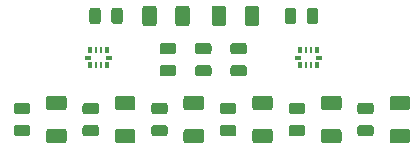
<source format=gbr>
%TF.GenerationSoftware,KiCad,Pcbnew,5.1.6*%
%TF.CreationDate,2020-07-11T18:48:30-07:00*%
%TF.ProjectId,proto_boards,70726f74-6f5f-4626-9f61-7264732e6b69,rev?*%
%TF.SameCoordinates,Original*%
%TF.FileFunction,Paste,Top*%
%TF.FilePolarity,Positive*%
%FSLAX46Y46*%
G04 Gerber Fmt 4.6, Leading zero omitted, Abs format (unit mm)*
G04 Created by KiCad (PCBNEW 5.1.6) date 2020-07-11 18:48:30*
%MOMM*%
%LPD*%
G01*
G04 APERTURE LIST*
%ADD10R,0.630000X0.350000*%
%ADD11R,0.300000X0.580000*%
%ADD12R,0.250000X0.580000*%
G04 APERTURE END LIST*
%TO.C,R9*%
G36*
G01*
X164920450Y-82050000D02*
X166170450Y-82050000D01*
G75*
G02*
X166420450Y-82300000I0J-250000D01*
G01*
X166420450Y-83050000D01*
G75*
G02*
X166170450Y-83300000I-250000J0D01*
G01*
X164920450Y-83300000D01*
G75*
G02*
X164670450Y-83050000I0J250000D01*
G01*
X164670450Y-82300000D01*
G75*
G02*
X164920450Y-82050000I250000J0D01*
G01*
G37*
G36*
G01*
X164920450Y-79250000D02*
X166170450Y-79250000D01*
G75*
G02*
X166420450Y-79500000I0J-250000D01*
G01*
X166420450Y-80250000D01*
G75*
G02*
X166170450Y-80500000I-250000J0D01*
G01*
X164920450Y-80500000D01*
G75*
G02*
X164670450Y-80250000I0J250000D01*
G01*
X164670450Y-79500000D01*
G75*
G02*
X164920450Y-79250000I250000J0D01*
G01*
G37*
%TD*%
%TO.C,R8*%
G36*
G01*
X170738630Y-82050000D02*
X171988630Y-82050000D01*
G75*
G02*
X172238630Y-82300000I0J-250000D01*
G01*
X172238630Y-83050000D01*
G75*
G02*
X171988630Y-83300000I-250000J0D01*
G01*
X170738630Y-83300000D01*
G75*
G02*
X170488630Y-83050000I0J250000D01*
G01*
X170488630Y-82300000D01*
G75*
G02*
X170738630Y-82050000I250000J0D01*
G01*
G37*
G36*
G01*
X170738630Y-79250000D02*
X171988630Y-79250000D01*
G75*
G02*
X172238630Y-79500000I0J-250000D01*
G01*
X172238630Y-80250000D01*
G75*
G02*
X171988630Y-80500000I-250000J0D01*
G01*
X170738630Y-80500000D01*
G75*
G02*
X170488630Y-80250000I0J250000D01*
G01*
X170488630Y-79500000D01*
G75*
G02*
X170738630Y-79250000I250000J0D01*
G01*
G37*
%TD*%
%TO.C,R7*%
G36*
G01*
X176556810Y-82050000D02*
X177806810Y-82050000D01*
G75*
G02*
X178056810Y-82300000I0J-250000D01*
G01*
X178056810Y-83050000D01*
G75*
G02*
X177806810Y-83300000I-250000J0D01*
G01*
X176556810Y-83300000D01*
G75*
G02*
X176306810Y-83050000I0J250000D01*
G01*
X176306810Y-82300000D01*
G75*
G02*
X176556810Y-82050000I250000J0D01*
G01*
G37*
G36*
G01*
X176556810Y-79250000D02*
X177806810Y-79250000D01*
G75*
G02*
X178056810Y-79500000I0J-250000D01*
G01*
X178056810Y-80250000D01*
G75*
G02*
X177806810Y-80500000I-250000J0D01*
G01*
X176556810Y-80500000D01*
G75*
G02*
X176306810Y-80250000I0J250000D01*
G01*
X176306810Y-79500000D01*
G75*
G02*
X176556810Y-79250000I250000J0D01*
G01*
G37*
%TD*%
%TO.C,R6*%
G36*
G01*
X182375000Y-82050000D02*
X183625000Y-82050000D01*
G75*
G02*
X183875000Y-82300000I0J-250000D01*
G01*
X183875000Y-83050000D01*
G75*
G02*
X183625000Y-83300000I-250000J0D01*
G01*
X182375000Y-83300000D01*
G75*
G02*
X182125000Y-83050000I0J250000D01*
G01*
X182125000Y-82300000D01*
G75*
G02*
X182375000Y-82050000I250000J0D01*
G01*
G37*
G36*
G01*
X182375000Y-79250000D02*
X183625000Y-79250000D01*
G75*
G02*
X183875000Y-79500000I0J-250000D01*
G01*
X183875000Y-80250000D01*
G75*
G02*
X183625000Y-80500000I-250000J0D01*
G01*
X182375000Y-80500000D01*
G75*
G02*
X182125000Y-80250000I0J250000D01*
G01*
X182125000Y-79500000D01*
G75*
G02*
X182375000Y-79250000I250000J0D01*
G01*
G37*
%TD*%
%TO.C,R5*%
G36*
G01*
X169801250Y-75750000D02*
X168888750Y-75750000D01*
G75*
G02*
X168645000Y-75506250I0J243750D01*
G01*
X168645000Y-75018750D01*
G75*
G02*
X168888750Y-74775000I243750J0D01*
G01*
X169801250Y-74775000D01*
G75*
G02*
X170045000Y-75018750I0J-243750D01*
G01*
X170045000Y-75506250D01*
G75*
G02*
X169801250Y-75750000I-243750J0D01*
G01*
G37*
G36*
G01*
X169801250Y-77625000D02*
X168888750Y-77625000D01*
G75*
G02*
X168645000Y-77381250I0J243750D01*
G01*
X168645000Y-76893750D01*
G75*
G02*
X168888750Y-76650000I243750J0D01*
G01*
X169801250Y-76650000D01*
G75*
G02*
X170045000Y-76893750I0J-243750D01*
G01*
X170045000Y-77381250D01*
G75*
G02*
X169801250Y-77625000I-243750J0D01*
G01*
G37*
%TD*%
%TO.C,R4*%
G36*
G01*
X163801250Y-75750000D02*
X162888750Y-75750000D01*
G75*
G02*
X162645000Y-75506250I0J243750D01*
G01*
X162645000Y-75018750D01*
G75*
G02*
X162888750Y-74775000I243750J0D01*
G01*
X163801250Y-74775000D01*
G75*
G02*
X164045000Y-75018750I0J-243750D01*
G01*
X164045000Y-75506250D01*
G75*
G02*
X163801250Y-75750000I-243750J0D01*
G01*
G37*
G36*
G01*
X163801250Y-77625000D02*
X162888750Y-77625000D01*
G75*
G02*
X162645000Y-77381250I0J243750D01*
G01*
X162645000Y-76893750D01*
G75*
G02*
X162888750Y-76650000I243750J0D01*
G01*
X163801250Y-76650000D01*
G75*
G02*
X164045000Y-76893750I0J-243750D01*
G01*
X164045000Y-77381250D01*
G75*
G02*
X163801250Y-77625000I-243750J0D01*
G01*
G37*
%TD*%
%TO.C,R3*%
G36*
G01*
X166801250Y-75750000D02*
X165888750Y-75750000D01*
G75*
G02*
X165645000Y-75506250I0J243750D01*
G01*
X165645000Y-75018750D01*
G75*
G02*
X165888750Y-74775000I243750J0D01*
G01*
X166801250Y-74775000D01*
G75*
G02*
X167045000Y-75018750I0J-243750D01*
G01*
X167045000Y-75506250D01*
G75*
G02*
X166801250Y-75750000I-243750J0D01*
G01*
G37*
G36*
G01*
X166801250Y-77625000D02*
X165888750Y-77625000D01*
G75*
G02*
X165645000Y-77381250I0J243750D01*
G01*
X165645000Y-76893750D01*
G75*
G02*
X165888750Y-76650000I243750J0D01*
G01*
X166801250Y-76650000D01*
G75*
G02*
X167045000Y-76893750I0J-243750D01*
G01*
X167045000Y-77381250D01*
G75*
G02*
X166801250Y-77625000I-243750J0D01*
G01*
G37*
%TD*%
%TO.C,R2*%
G36*
G01*
X159102270Y-82050000D02*
X160352270Y-82050000D01*
G75*
G02*
X160602270Y-82300000I0J-250000D01*
G01*
X160602270Y-83050000D01*
G75*
G02*
X160352270Y-83300000I-250000J0D01*
G01*
X159102270Y-83300000D01*
G75*
G02*
X158852270Y-83050000I0J250000D01*
G01*
X158852270Y-82300000D01*
G75*
G02*
X159102270Y-82050000I250000J0D01*
G01*
G37*
G36*
G01*
X159102270Y-79250000D02*
X160352270Y-79250000D01*
G75*
G02*
X160602270Y-79500000I0J-250000D01*
G01*
X160602270Y-80250000D01*
G75*
G02*
X160352270Y-80500000I-250000J0D01*
G01*
X159102270Y-80500000D01*
G75*
G02*
X158852270Y-80250000I0J250000D01*
G01*
X158852270Y-79500000D01*
G75*
G02*
X159102270Y-79250000I250000J0D01*
G01*
G37*
%TD*%
%TO.C,R1*%
G36*
G01*
X153284090Y-82050000D02*
X154534090Y-82050000D01*
G75*
G02*
X154784090Y-82300000I0J-250000D01*
G01*
X154784090Y-83050000D01*
G75*
G02*
X154534090Y-83300000I-250000J0D01*
G01*
X153284090Y-83300000D01*
G75*
G02*
X153034090Y-83050000I0J250000D01*
G01*
X153034090Y-82300000D01*
G75*
G02*
X153284090Y-82050000I250000J0D01*
G01*
G37*
G36*
G01*
X153284090Y-79250000D02*
X154534090Y-79250000D01*
G75*
G02*
X154784090Y-79500000I0J-250000D01*
G01*
X154784090Y-80250000D01*
G75*
G02*
X154534090Y-80500000I-250000J0D01*
G01*
X153284090Y-80500000D01*
G75*
G02*
X153034090Y-80250000I0J250000D01*
G01*
X153034090Y-79500000D01*
G75*
G02*
X153284090Y-79250000I250000J0D01*
G01*
G37*
%TD*%
D10*
%TO.C,IC2*%
X174400000Y-76040000D03*
D11*
X174510000Y-75400000D03*
D12*
X175010000Y-75400000D03*
X175510000Y-75400000D03*
D11*
X176010000Y-75400000D03*
D10*
X176120000Y-76040000D03*
D11*
X176010000Y-76680000D03*
D12*
X175510000Y-76680000D03*
X175010000Y-76680000D03*
D11*
X174510000Y-76680000D03*
%TD*%
%TO.C,IC1*%
X156730000Y-76680000D03*
D12*
X157230000Y-76680000D03*
X157730000Y-76680000D03*
D11*
X158230000Y-76680000D03*
D10*
X158340000Y-76040000D03*
D11*
X158230000Y-75400000D03*
D12*
X157730000Y-75400000D03*
X157230000Y-75400000D03*
D11*
X156730000Y-75400000D03*
D10*
X156620000Y-76040000D03*
%TD*%
%TO.C,FB2*%
G36*
G01*
X157665000Y-72043750D02*
X157665000Y-72956250D01*
G75*
G02*
X157421250Y-73200000I-243750J0D01*
G01*
X156933750Y-73200000D01*
G75*
G02*
X156690000Y-72956250I0J243750D01*
G01*
X156690000Y-72043750D01*
G75*
G02*
X156933750Y-71800000I243750J0D01*
G01*
X157421250Y-71800000D01*
G75*
G02*
X157665000Y-72043750I0J-243750D01*
G01*
G37*
G36*
G01*
X159540000Y-72043750D02*
X159540000Y-72956250D01*
G75*
G02*
X159296250Y-73200000I-243750J0D01*
G01*
X158808750Y-73200000D01*
G75*
G02*
X158565000Y-72956250I0J243750D01*
G01*
X158565000Y-72043750D01*
G75*
G02*
X158808750Y-71800000I243750J0D01*
G01*
X159296250Y-71800000D01*
G75*
G02*
X159540000Y-72043750I0J-243750D01*
G01*
G37*
%TD*%
%TO.C,FB1*%
G36*
G01*
X175125000Y-72961250D02*
X175125000Y-72048750D01*
G75*
G02*
X175368750Y-71805000I243750J0D01*
G01*
X175856250Y-71805000D01*
G75*
G02*
X176100000Y-72048750I0J-243750D01*
G01*
X176100000Y-72961250D01*
G75*
G02*
X175856250Y-73205000I-243750J0D01*
G01*
X175368750Y-73205000D01*
G75*
G02*
X175125000Y-72961250I0J243750D01*
G01*
G37*
G36*
G01*
X173250000Y-72961250D02*
X173250000Y-72048750D01*
G75*
G02*
X173493750Y-71805000I243750J0D01*
G01*
X173981250Y-71805000D01*
G75*
G02*
X174225000Y-72048750I0J-243750D01*
G01*
X174225000Y-72961250D01*
G75*
G02*
X173981250Y-73205000I-243750J0D01*
G01*
X173493750Y-73205000D01*
G75*
G02*
X173250000Y-72961250I0J243750D01*
G01*
G37*
%TD*%
%TO.C,C8*%
G36*
G01*
X169850000Y-73130000D02*
X169850000Y-71880000D01*
G75*
G02*
X170100000Y-71630000I250000J0D01*
G01*
X170850000Y-71630000D01*
G75*
G02*
X171100000Y-71880000I0J-250000D01*
G01*
X171100000Y-73130000D01*
G75*
G02*
X170850000Y-73380000I-250000J0D01*
G01*
X170100000Y-73380000D01*
G75*
G02*
X169850000Y-73130000I0J250000D01*
G01*
G37*
G36*
G01*
X167050000Y-73130000D02*
X167050000Y-71880000D01*
G75*
G02*
X167300000Y-71630000I250000J0D01*
G01*
X168050000Y-71630000D01*
G75*
G02*
X168300000Y-71880000I0J-250000D01*
G01*
X168300000Y-73130000D01*
G75*
G02*
X168050000Y-73380000I-250000J0D01*
G01*
X167300000Y-73380000D01*
G75*
G02*
X167050000Y-73130000I0J250000D01*
G01*
G37*
%TD*%
%TO.C,C7*%
G36*
G01*
X163092610Y-80825000D02*
X162180110Y-80825000D01*
G75*
G02*
X161936360Y-80581250I0J243750D01*
G01*
X161936360Y-80093750D01*
G75*
G02*
X162180110Y-79850000I243750J0D01*
G01*
X163092610Y-79850000D01*
G75*
G02*
X163336360Y-80093750I0J-243750D01*
G01*
X163336360Y-80581250D01*
G75*
G02*
X163092610Y-80825000I-243750J0D01*
G01*
G37*
G36*
G01*
X163092610Y-82700000D02*
X162180110Y-82700000D01*
G75*
G02*
X161936360Y-82456250I0J243750D01*
G01*
X161936360Y-81968750D01*
G75*
G02*
X162180110Y-81725000I243750J0D01*
G01*
X163092610Y-81725000D01*
G75*
G02*
X163336360Y-81968750I0J-243750D01*
G01*
X163336360Y-82456250D01*
G75*
G02*
X163092610Y-82700000I-243750J0D01*
G01*
G37*
%TD*%
%TO.C,C6*%
G36*
G01*
X168910790Y-80825000D02*
X167998290Y-80825000D01*
G75*
G02*
X167754540Y-80581250I0J243750D01*
G01*
X167754540Y-80093750D01*
G75*
G02*
X167998290Y-79850000I243750J0D01*
G01*
X168910790Y-79850000D01*
G75*
G02*
X169154540Y-80093750I0J-243750D01*
G01*
X169154540Y-80581250D01*
G75*
G02*
X168910790Y-80825000I-243750J0D01*
G01*
G37*
G36*
G01*
X168910790Y-82700000D02*
X167998290Y-82700000D01*
G75*
G02*
X167754540Y-82456250I0J243750D01*
G01*
X167754540Y-81968750D01*
G75*
G02*
X167998290Y-81725000I243750J0D01*
G01*
X168910790Y-81725000D01*
G75*
G02*
X169154540Y-81968750I0J-243750D01*
G01*
X169154540Y-82456250D01*
G75*
G02*
X168910790Y-82700000I-243750J0D01*
G01*
G37*
%TD*%
%TO.C,C5*%
G36*
G01*
X174728970Y-80825000D02*
X173816470Y-80825000D01*
G75*
G02*
X173572720Y-80581250I0J243750D01*
G01*
X173572720Y-80093750D01*
G75*
G02*
X173816470Y-79850000I243750J0D01*
G01*
X174728970Y-79850000D01*
G75*
G02*
X174972720Y-80093750I0J-243750D01*
G01*
X174972720Y-80581250D01*
G75*
G02*
X174728970Y-80825000I-243750J0D01*
G01*
G37*
G36*
G01*
X174728970Y-82700000D02*
X173816470Y-82700000D01*
G75*
G02*
X173572720Y-82456250I0J243750D01*
G01*
X173572720Y-81968750D01*
G75*
G02*
X173816470Y-81725000I243750J0D01*
G01*
X174728970Y-81725000D01*
G75*
G02*
X174972720Y-81968750I0J-243750D01*
G01*
X174972720Y-82456250D01*
G75*
G02*
X174728970Y-82700000I-243750J0D01*
G01*
G37*
%TD*%
%TO.C,C4*%
G36*
G01*
X180547150Y-80825000D02*
X179634650Y-80825000D01*
G75*
G02*
X179390900Y-80581250I0J243750D01*
G01*
X179390900Y-80093750D01*
G75*
G02*
X179634650Y-79850000I243750J0D01*
G01*
X180547150Y-79850000D01*
G75*
G02*
X180790900Y-80093750I0J-243750D01*
G01*
X180790900Y-80581250D01*
G75*
G02*
X180547150Y-80825000I-243750J0D01*
G01*
G37*
G36*
G01*
X180547150Y-82700000D02*
X179634650Y-82700000D01*
G75*
G02*
X179390900Y-82456250I0J243750D01*
G01*
X179390900Y-81968750D01*
G75*
G02*
X179634650Y-81725000I243750J0D01*
G01*
X180547150Y-81725000D01*
G75*
G02*
X180790900Y-81968750I0J-243750D01*
G01*
X180790900Y-82456250D01*
G75*
G02*
X180547150Y-82700000I-243750J0D01*
G01*
G37*
%TD*%
%TO.C,C3*%
G36*
G01*
X157274430Y-80825000D02*
X156361930Y-80825000D01*
G75*
G02*
X156118180Y-80581250I0J243750D01*
G01*
X156118180Y-80093750D01*
G75*
G02*
X156361930Y-79850000I243750J0D01*
G01*
X157274430Y-79850000D01*
G75*
G02*
X157518180Y-80093750I0J-243750D01*
G01*
X157518180Y-80581250D01*
G75*
G02*
X157274430Y-80825000I-243750J0D01*
G01*
G37*
G36*
G01*
X157274430Y-82700000D02*
X156361930Y-82700000D01*
G75*
G02*
X156118180Y-82456250I0J243750D01*
G01*
X156118180Y-81968750D01*
G75*
G02*
X156361930Y-81725000I243750J0D01*
G01*
X157274430Y-81725000D01*
G75*
G02*
X157518180Y-81968750I0J-243750D01*
G01*
X157518180Y-82456250D01*
G75*
G02*
X157274430Y-82700000I-243750J0D01*
G01*
G37*
%TD*%
%TO.C,C2*%
G36*
G01*
X151456250Y-80825000D02*
X150543750Y-80825000D01*
G75*
G02*
X150300000Y-80581250I0J243750D01*
G01*
X150300000Y-80093750D01*
G75*
G02*
X150543750Y-79850000I243750J0D01*
G01*
X151456250Y-79850000D01*
G75*
G02*
X151700000Y-80093750I0J-243750D01*
G01*
X151700000Y-80581250D01*
G75*
G02*
X151456250Y-80825000I-243750J0D01*
G01*
G37*
G36*
G01*
X151456250Y-82700000D02*
X150543750Y-82700000D01*
G75*
G02*
X150300000Y-82456250I0J243750D01*
G01*
X150300000Y-81968750D01*
G75*
G02*
X150543750Y-81725000I243750J0D01*
G01*
X151456250Y-81725000D01*
G75*
G02*
X151700000Y-81968750I0J-243750D01*
G01*
X151700000Y-82456250D01*
G75*
G02*
X151456250Y-82700000I-243750J0D01*
G01*
G37*
%TD*%
%TO.C,C1*%
G36*
G01*
X163970000Y-73130000D02*
X163970000Y-71880000D01*
G75*
G02*
X164220000Y-71630000I250000J0D01*
G01*
X164970000Y-71630000D01*
G75*
G02*
X165220000Y-71880000I0J-250000D01*
G01*
X165220000Y-73130000D01*
G75*
G02*
X164970000Y-73380000I-250000J0D01*
G01*
X164220000Y-73380000D01*
G75*
G02*
X163970000Y-73130000I0J250000D01*
G01*
G37*
G36*
G01*
X161170000Y-73130000D02*
X161170000Y-71880000D01*
G75*
G02*
X161420000Y-71630000I250000J0D01*
G01*
X162170000Y-71630000D01*
G75*
G02*
X162420000Y-71880000I0J-250000D01*
G01*
X162420000Y-73130000D01*
G75*
G02*
X162170000Y-73380000I-250000J0D01*
G01*
X161420000Y-73380000D01*
G75*
G02*
X161170000Y-73130000I0J250000D01*
G01*
G37*
%TD*%
M02*

</source>
